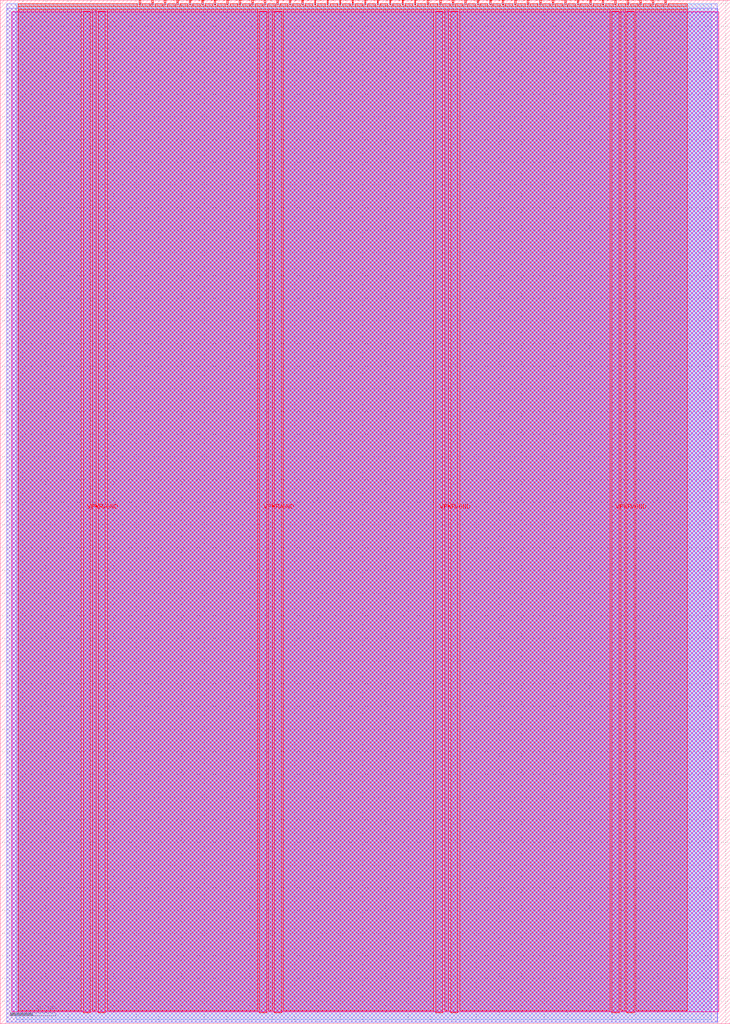
<source format=lef>
VERSION 5.7 ;
  NOWIREEXTENSIONATPIN ON ;
  DIVIDERCHAR "/" ;
  BUSBITCHARS "[]" ;
MACRO tt_um_RoyTr16
  CLASS BLOCK ;
  FOREIGN tt_um_RoyTr16 ;
  ORIGIN 0.000 0.000 ;
  SIZE 161.000 BY 225.760 ;
  PIN VGND
    DIRECTION INOUT ;
    USE GROUND ;
    PORT
      LAYER met4 ;
        RECT 21.580 2.480 23.180 223.280 ;
    END
    PORT
      LAYER met4 ;
        RECT 60.450 2.480 62.050 223.280 ;
    END
    PORT
      LAYER met4 ;
        RECT 99.320 2.480 100.920 223.280 ;
    END
    PORT
      LAYER met4 ;
        RECT 138.190 2.480 139.790 223.280 ;
    END
  END VGND
  PIN VPWR
    DIRECTION INOUT ;
    USE POWER ;
    PORT
      LAYER met4 ;
        RECT 18.280 2.480 19.880 223.280 ;
    END
    PORT
      LAYER met4 ;
        RECT 57.150 2.480 58.750 223.280 ;
    END
    PORT
      LAYER met4 ;
        RECT 96.020 2.480 97.620 223.280 ;
    END
    PORT
      LAYER met4 ;
        RECT 134.890 2.480 136.490 223.280 ;
    END
  END VPWR
  PIN clk
    DIRECTION INPUT ;
    USE SIGNAL ;
    ANTENNAGATEAREA 0.852000 ;
    PORT
      LAYER met4 ;
        RECT 143.830 224.760 144.130 225.760 ;
    END
  END clk
  PIN ena
    DIRECTION INPUT ;
    USE SIGNAL ;
    PORT
      LAYER met4 ;
        RECT 146.590 224.760 146.890 225.760 ;
    END
  END ena
  PIN rst_n
    DIRECTION INPUT ;
    USE SIGNAL ;
    ANTENNAGATEAREA 0.196500 ;
    PORT
      LAYER met4 ;
        RECT 141.070 224.760 141.370 225.760 ;
    END
  END rst_n
  PIN ui_in[0]
    DIRECTION INPUT ;
    USE SIGNAL ;
    ANTENNAGATEAREA 0.196500 ;
    PORT
      LAYER met4 ;
        RECT 138.310 224.760 138.610 225.760 ;
    END
  END ui_in[0]
  PIN ui_in[1]
    DIRECTION INPUT ;
    USE SIGNAL ;
    ANTENNAGATEAREA 0.196500 ;
    PORT
      LAYER met4 ;
        RECT 135.550 224.760 135.850 225.760 ;
    END
  END ui_in[1]
  PIN ui_in[2]
    DIRECTION INPUT ;
    USE SIGNAL ;
    ANTENNAGATEAREA 0.196500 ;
    PORT
      LAYER met4 ;
        RECT 132.790 224.760 133.090 225.760 ;
    END
  END ui_in[2]
  PIN ui_in[3]
    DIRECTION INPUT ;
    USE SIGNAL ;
    PORT
      LAYER met4 ;
        RECT 130.030 224.760 130.330 225.760 ;
    END
  END ui_in[3]
  PIN ui_in[4]
    DIRECTION INPUT ;
    USE SIGNAL ;
    PORT
      LAYER met4 ;
        RECT 127.270 224.760 127.570 225.760 ;
    END
  END ui_in[4]
  PIN ui_in[5]
    DIRECTION INPUT ;
    USE SIGNAL ;
    PORT
      LAYER met4 ;
        RECT 124.510 224.760 124.810 225.760 ;
    END
  END ui_in[5]
  PIN ui_in[6]
    DIRECTION INPUT ;
    USE SIGNAL ;
    PORT
      LAYER met4 ;
        RECT 121.750 224.760 122.050 225.760 ;
    END
  END ui_in[6]
  PIN ui_in[7]
    DIRECTION INPUT ;
    USE SIGNAL ;
    ANTENNAGATEAREA 0.213000 ;
    PORT
      LAYER met4 ;
        RECT 118.990 224.760 119.290 225.760 ;
    END
  END ui_in[7]
  PIN uio_in[0]
    DIRECTION INPUT ;
    USE SIGNAL ;
    ANTENNAGATEAREA 0.213000 ;
    PORT
      LAYER met4 ;
        RECT 116.230 224.760 116.530 225.760 ;
    END
  END uio_in[0]
  PIN uio_in[1]
    DIRECTION INPUT ;
    USE SIGNAL ;
    ANTENNAGATEAREA 0.213000 ;
    PORT
      LAYER met4 ;
        RECT 113.470 224.760 113.770 225.760 ;
    END
  END uio_in[1]
  PIN uio_in[2]
    DIRECTION INPUT ;
    USE SIGNAL ;
    ANTENNAGATEAREA 0.196500 ;
    PORT
      LAYER met4 ;
        RECT 110.710 224.760 111.010 225.760 ;
    END
  END uio_in[2]
  PIN uio_in[3]
    DIRECTION INPUT ;
    USE SIGNAL ;
    ANTENNAGATEAREA 0.196500 ;
    PORT
      LAYER met4 ;
        RECT 107.950 224.760 108.250 225.760 ;
    END
  END uio_in[3]
  PIN uio_in[4]
    DIRECTION INPUT ;
    USE SIGNAL ;
    ANTENNAGATEAREA 0.196500 ;
    PORT
      LAYER met4 ;
        RECT 105.190 224.760 105.490 225.760 ;
    END
  END uio_in[4]
  PIN uio_in[5]
    DIRECTION INPUT ;
    USE SIGNAL ;
    ANTENNAGATEAREA 0.196500 ;
    PORT
      LAYER met4 ;
        RECT 102.430 224.760 102.730 225.760 ;
    END
  END uio_in[5]
  PIN uio_in[6]
    DIRECTION INPUT ;
    USE SIGNAL ;
    ANTENNAGATEAREA 0.196500 ;
    PORT
      LAYER met4 ;
        RECT 99.670 224.760 99.970 225.760 ;
    END
  END uio_in[6]
  PIN uio_in[7]
    DIRECTION INPUT ;
    USE SIGNAL ;
    ANTENNAGATEAREA 0.196500 ;
    PORT
      LAYER met4 ;
        RECT 96.910 224.760 97.210 225.760 ;
    END
  END uio_in[7]
  PIN uio_oe[0]
    DIRECTION OUTPUT ;
    USE SIGNAL ;
    ANTENNADIFFAREA 0.445500 ;
    PORT
      LAYER met4 ;
        RECT 49.990 224.760 50.290 225.760 ;
    END
  END uio_oe[0]
  PIN uio_oe[1]
    DIRECTION OUTPUT ;
    USE SIGNAL ;
    ANTENNAGATEAREA 1.648500 ;
    ANTENNADIFFAREA 1.075200 ;
    PORT
      LAYER met4 ;
        RECT 47.230 224.760 47.530 225.760 ;
    END
  END uio_oe[1]
  PIN uio_oe[2]
    DIRECTION OUTPUT ;
    USE SIGNAL ;
    ANTENNADIFFAREA 0.445500 ;
    PORT
      LAYER met4 ;
        RECT 44.470 224.760 44.770 225.760 ;
    END
  END uio_oe[2]
  PIN uio_oe[3]
    DIRECTION OUTPUT ;
    USE SIGNAL ;
    ANTENNADIFFAREA 0.445500 ;
    PORT
      LAYER met4 ;
        RECT 41.710 224.760 42.010 225.760 ;
    END
  END uio_oe[3]
  PIN uio_oe[4]
    DIRECTION OUTPUT ;
    USE SIGNAL ;
    ANTENNADIFFAREA 0.445500 ;
    PORT
      LAYER met4 ;
        RECT 38.950 224.760 39.250 225.760 ;
    END
  END uio_oe[4]
  PIN uio_oe[5]
    DIRECTION OUTPUT ;
    USE SIGNAL ;
    ANTENNADIFFAREA 0.445500 ;
    PORT
      LAYER met4 ;
        RECT 36.190 224.760 36.490 225.760 ;
    END
  END uio_oe[5]
  PIN uio_oe[6]
    DIRECTION OUTPUT ;
    USE SIGNAL ;
    ANTENNADIFFAREA 0.445500 ;
    PORT
      LAYER met4 ;
        RECT 33.430 224.760 33.730 225.760 ;
    END
  END uio_oe[6]
  PIN uio_oe[7]
    DIRECTION OUTPUT ;
    USE SIGNAL ;
    ANTENNAGATEAREA 0.795000 ;
    ANTENNADIFFAREA 0.891000 ;
    PORT
      LAYER met4 ;
        RECT 30.670 224.760 30.970 225.760 ;
    END
  END uio_oe[7]
  PIN uio_out[0]
    DIRECTION OUTPUT ;
    USE SIGNAL ;
    ANTENNADIFFAREA 0.643500 ;
    PORT
      LAYER met4 ;
        RECT 72.070 224.760 72.370 225.760 ;
    END
  END uio_out[0]
  PIN uio_out[1]
    DIRECTION OUTPUT ;
    USE SIGNAL ;
    PORT
      LAYER met4 ;
        RECT 69.310 224.760 69.610 225.760 ;
    END
  END uio_out[1]
  PIN uio_out[2]
    DIRECTION OUTPUT ;
    USE SIGNAL ;
    PORT
      LAYER met4 ;
        RECT 66.550 224.760 66.850 225.760 ;
    END
  END uio_out[2]
  PIN uio_out[3]
    DIRECTION OUTPUT ;
    USE SIGNAL ;
    PORT
      LAYER met4 ;
        RECT 63.790 224.760 64.090 225.760 ;
    END
  END uio_out[3]
  PIN uio_out[4]
    DIRECTION OUTPUT ;
    USE SIGNAL ;
    PORT
      LAYER met4 ;
        RECT 61.030 224.760 61.330 225.760 ;
    END
  END uio_out[4]
  PIN uio_out[5]
    DIRECTION OUTPUT ;
    USE SIGNAL ;
    ANTENNADIFFAREA 0.643500 ;
    PORT
      LAYER met4 ;
        RECT 58.270 224.760 58.570 225.760 ;
    END
  END uio_out[5]
  PIN uio_out[6]
    DIRECTION OUTPUT ;
    USE SIGNAL ;
    ANTENNADIFFAREA 0.643500 ;
    PORT
      LAYER met4 ;
        RECT 55.510 224.760 55.810 225.760 ;
    END
  END uio_out[6]
  PIN uio_out[7]
    DIRECTION OUTPUT ;
    USE SIGNAL ;
    ANTENNADIFFAREA 0.643500 ;
    PORT
      LAYER met4 ;
        RECT 52.750 224.760 53.050 225.760 ;
    END
  END uio_out[7]
  PIN uo_out[0]
    DIRECTION OUTPUT ;
    USE SIGNAL ;
    ANTENNADIFFAREA 0.891000 ;
    PORT
      LAYER met4 ;
        RECT 94.150 224.760 94.450 225.760 ;
    END
  END uo_out[0]
  PIN uo_out[1]
    DIRECTION OUTPUT ;
    USE SIGNAL ;
    ANTENNADIFFAREA 0.445500 ;
    PORT
      LAYER met4 ;
        RECT 91.390 224.760 91.690 225.760 ;
    END
  END uo_out[1]
  PIN uo_out[2]
    DIRECTION OUTPUT ;
    USE SIGNAL ;
    ANTENNADIFFAREA 0.891000 ;
    PORT
      LAYER met4 ;
        RECT 88.630 224.760 88.930 225.760 ;
    END
  END uo_out[2]
  PIN uo_out[3]
    DIRECTION OUTPUT ;
    USE SIGNAL ;
    ANTENNADIFFAREA 0.445500 ;
    PORT
      LAYER met4 ;
        RECT 85.870 224.760 86.170 225.760 ;
    END
  END uo_out[3]
  PIN uo_out[4]
    DIRECTION OUTPUT ;
    USE SIGNAL ;
    ANTENNADIFFAREA 0.891000 ;
    PORT
      LAYER met4 ;
        RECT 83.110 224.760 83.410 225.760 ;
    END
  END uo_out[4]
  PIN uo_out[5]
    DIRECTION OUTPUT ;
    USE SIGNAL ;
    ANTENNAGATEAREA 0.159000 ;
    ANTENNADIFFAREA 0.891000 ;
    PORT
      LAYER met4 ;
        RECT 80.350 224.760 80.650 225.760 ;
    END
  END uo_out[5]
  PIN uo_out[6]
    DIRECTION OUTPUT ;
    USE SIGNAL ;
    ANTENNADIFFAREA 0.891000 ;
    PORT
      LAYER met4 ;
        RECT 77.590 224.760 77.890 225.760 ;
    END
  END uo_out[6]
  PIN uo_out[7]
    DIRECTION OUTPUT ;
    USE SIGNAL ;
    ANTENNADIFFAREA 0.795200 ;
    PORT
      LAYER met4 ;
        RECT 74.830 224.760 75.130 225.760 ;
    END
  END uo_out[7]
  OBS
      LAYER nwell ;
        RECT 2.570 2.635 158.430 223.230 ;
      LAYER li1 ;
        RECT 2.760 2.635 158.240 223.125 ;
      LAYER met1 ;
        RECT 1.450 0.380 158.240 224.020 ;
      LAYER met2 ;
        RECT 1.480 0.350 158.140 224.925 ;
      LAYER met3 ;
        RECT 3.520 0.855 156.795 224.905 ;
      LAYER met4 ;
        RECT 3.975 224.360 30.270 224.905 ;
        RECT 31.370 224.360 33.030 224.905 ;
        RECT 34.130 224.360 35.790 224.905 ;
        RECT 36.890 224.360 38.550 224.905 ;
        RECT 39.650 224.360 41.310 224.905 ;
        RECT 42.410 224.360 44.070 224.905 ;
        RECT 45.170 224.360 46.830 224.905 ;
        RECT 47.930 224.360 49.590 224.905 ;
        RECT 50.690 224.360 52.350 224.905 ;
        RECT 53.450 224.360 55.110 224.905 ;
        RECT 56.210 224.360 57.870 224.905 ;
        RECT 58.970 224.360 60.630 224.905 ;
        RECT 61.730 224.360 63.390 224.905 ;
        RECT 64.490 224.360 66.150 224.905 ;
        RECT 67.250 224.360 68.910 224.905 ;
        RECT 70.010 224.360 71.670 224.905 ;
        RECT 72.770 224.360 74.430 224.905 ;
        RECT 75.530 224.360 77.190 224.905 ;
        RECT 78.290 224.360 79.950 224.905 ;
        RECT 81.050 224.360 82.710 224.905 ;
        RECT 83.810 224.360 85.470 224.905 ;
        RECT 86.570 224.360 88.230 224.905 ;
        RECT 89.330 224.360 90.990 224.905 ;
        RECT 92.090 224.360 93.750 224.905 ;
        RECT 94.850 224.360 96.510 224.905 ;
        RECT 97.610 224.360 99.270 224.905 ;
        RECT 100.370 224.360 102.030 224.905 ;
        RECT 103.130 224.360 104.790 224.905 ;
        RECT 105.890 224.360 107.550 224.905 ;
        RECT 108.650 224.360 110.310 224.905 ;
        RECT 111.410 224.360 113.070 224.905 ;
        RECT 114.170 224.360 115.830 224.905 ;
        RECT 116.930 224.360 118.590 224.905 ;
        RECT 119.690 224.360 121.350 224.905 ;
        RECT 122.450 224.360 124.110 224.905 ;
        RECT 125.210 224.360 126.870 224.905 ;
        RECT 127.970 224.360 129.630 224.905 ;
        RECT 130.730 224.360 132.390 224.905 ;
        RECT 133.490 224.360 135.150 224.905 ;
        RECT 136.250 224.360 137.910 224.905 ;
        RECT 139.010 224.360 140.670 224.905 ;
        RECT 141.770 224.360 143.430 224.905 ;
        RECT 144.530 224.360 146.190 224.905 ;
        RECT 147.290 224.360 151.505 224.905 ;
        RECT 3.975 223.680 151.505 224.360 ;
        RECT 3.975 2.895 17.880 223.680 ;
        RECT 20.280 2.895 21.180 223.680 ;
        RECT 23.580 2.895 56.750 223.680 ;
        RECT 59.150 2.895 60.050 223.680 ;
        RECT 62.450 2.895 95.620 223.680 ;
        RECT 98.020 2.895 98.920 223.680 ;
        RECT 101.320 2.895 134.490 223.680 ;
        RECT 136.890 2.895 137.790 223.680 ;
        RECT 140.190 2.895 151.505 223.680 ;
  END
END tt_um_RoyTr16
END LIBRARY


</source>
